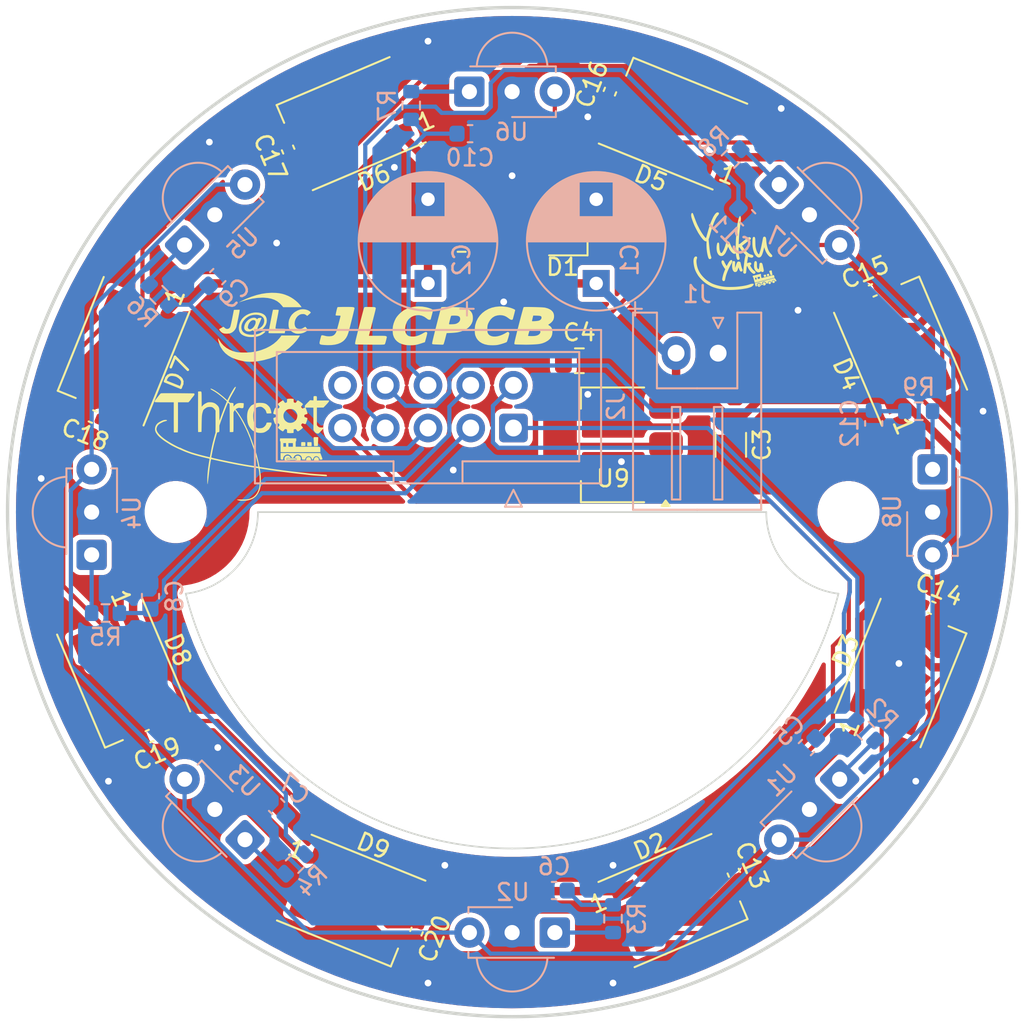
<source format=kicad_pcb>
(kicad_pcb (version 20240108) (generator "pcbnew") (generator_version "8.0")
  (layers (0 "F.Cu" signal) (31 "B.Cu" signal) (34 "B.Paste" user) (35 "F.Paste" user) (36 "B.SilkS" user "B.Silkscreen") (37 "F.SilkS" user "F.Silkscreen") (38 "B.Mask" user) (39 "F.Mask" user) (44 "Edge.Cuts" user))
  (net 0 "")
  (net 1 "8")
  (net 2 "Net-(U8-OUT)")
  (net 3 "Net-(U7-OUT)")
  (net 4 "7")
  (net 5 "6")
  (net 6 "Net-(U6-OUT)")
  (net 7 "5")
  (net 8 "Net-(U5-OUT)")
  (net 9 "4")
  (net 10 "Net-(U4-OUT)")
  (net 11 "Net-(D1-A)")
  (net 12 "+5V")
  (net 13 "Net-(U3-OUT)")
  (net 14 "3")
  (net 15 "2")
  (net 16 "Net-(U2-OUT)")
  (net 17 "1")
  (net 18 "Net-(U1-OUT)")
  (net 19 "+3.3V")
  (net 20 "GND")
  (net 21 "Net-(D6-DOUT)")
  (net 22 "Net-(D7-DOUT)")
  (net 23 "Net-(D8-DOUT)")
  (net 24 "Net-(D4-DOUT)")
  (net 25 "Net-(D5-DOUT)")
  (net 26 "DIN")
  (net 27 "Net-(D2-DOUT)")
  (net 28 "Net-(D3-DOUT)")
  (footprint "MountingHole:MountingHole_3.2mm_M3" (layer "F.Cu") (at 105 100)
    (property "Reference" "REF**" (hide yes))
    (property "Value" "MountingHole_3.2mm_M3")
  )
  (footprint "Package_TO_SOT_SMD:SOT-223-3_TabPin2" (layer "F.Cu") (at 131 96 180)
    (property "Reference" "U9")
    (property "Value" "AZ1117-3.3")
  )
  (footprint "LED_SMD:LED_WS2812B_PLCC4_5.0x5.0mm_P3.2mm" (layer "F.Cu") (at 115.4329 123.097 -22)
    (property "Reference" "D9")
    (property "Value" "WS2812B")
  )
  (footprint "LED_SMD:LED_WS2812B_PLCC4_5.0x5.0mm_P3.2mm" (layer "F.Cu") (at 101.903 90.4329 -112)
    (property "Reference" "D7")
    (property "Value" "WS2812B")
  )
  (footprint "Capacitor_SMD:C_0402_1005Metric" (layer "F.Cu") (at 100.0565 94.3163 158)
    (property "Reference" "C18")
    (property "Value" "0.1uF")
  )
  (footprint "Capacitor_SMD:C_0805_2012Metric" (layer "F.Cu") (at 129 91)
    (property "Reference" "C4")
    (property "Value" "22uF")
  )
  (footprint "LED_SMD:LED_WS2812B_PLCC4_5.0x5.0mm_P3.2mm" (layer "F.Cu") (at 134.5671 76.903 158)
    (property "Reference" "D5")
    (property "Value" "WS2812B")
  )
  (footprint "LED_SMD:LED_WS2812B_PLCC4_5.0x5.0mm_P3.2mm" (layer "F.Cu") (at 115.4329 76.903 -157)
    (property "Reference" "D6")
    (property "Value" "WS2812B")
  )
  (footprint "Capacitor_SMD:C_0402_1005Metric" (layer "F.Cu") (at 111.6837 78.4435 113)
    (property "Reference" "C17")
    (property "Value" "0.1uF")
  )
  (footprint "MountingHole:MountingHole_3.2mm_M3" (layer "F.Cu") (at 145 100)
    (property "Reference" "REF**" (hide yes))
    (property "Value" "MountingHole_3.2mm_M3")
  )
  (footprint "LED_SMD:LED_WS2812B_PLCC4_5.0x5.0mm_P3.2mm" (layer "F.Cu") (at 101.903 109.5671 -67)
    (property "Reference" "D8")
    (property "Value" "WS2812B")
  )
  (footprint "Logo:Yukuyuku" (layer "F.Cu") (at 138 84)
    (property "Reference" "G***" (hide yes))
    (property "Value" "LOGO" (hide yes))
  )
  (footprint "Capacitor_SMD:C_0402_1005Metric" (layer "F.Cu") (at 138.1837 121.4435 -67)
    (property "Reference" "C13")
    (property "Value" "0.1uF")
  )
  (footprint "Capacitor_SMD:C_0402_1005Metric" (layer "F.Cu") (at 146.4435 86.8163 23)
    (property "Reference" "C15")
    (property "Value" "0.1uF")
  )
  (footprint "Capacitor_SMD:C_0402_1005Metric" (layer "F.Cu") (at 130.8163 75 68)
    (property "Reference" "C16")
    (property "Value" "0.1uF")
  )
  (footprint "Logo:JLCPCB" (layer "F.Cu") (at 117.5 89)
    (property "Reference" "G***" (hide yes))
    (property "Value" "LOGO" (hide yes))
  )
  (footprint "LED_SMD:LED_WS2812B_PLCC4_5.0x5.0mm_P3.2mm" (layer "F.Cu") (at 134.5671 123.097 23)
    (property "Reference" "D2")
    (property "Value" "WS2812B")
  )
  (footprint "Capacitor_SMD:C_0402_1005Metric" (layer "F.Cu") (at 103.4435 113.3163 -157)
    (property "Reference" "C19")
    (property "Value" "0.1uF")
  )
  (footprint "Capacitor_SMD:C_0402_1005Metric" (layer "F.Cu") (at 119.3163 124.9435 -112)
    (property "Reference" "C20")
    (property "Value" "0.1uF")
  )
  (footprint "LED_SMD:LED_WS2812B_PLCC4_5.0x5.0mm_P3.2mm" (layer "F.Cu") (at 148.097 90.4329 113)
    (property "Reference" "D4")
    (property "Value" "WS2812B")
  )
  (footprint "LED_SMD:LED_WS2812B_PLCC4_5.0x5.0mm_P3.2mm" (layer "F.Cu") (at 148.097 109.5671 68)
    (property "Reference" "D3")
    (property "Value" "WS2812B")
  )
  (footprint "Capacitor_SMD:C_0402_1005Metric" (layer "F.Cu") (at 149.9435 105.6837 -22)
    (property "Reference" "C14")
    (property "Value" "0.1uF")
  )
  (footprint "Capacitor_SMD:C_1206_3216Metric" (layer "F.Cu") (at 138 96 -90)
    (property "Reference" "C3")
    (property "Value" "10uF")
  )
  (footprint "Resistor_SMD:R_0603_1608Metric" (layer "F.Cu") (at 122 84)
    (property "Reference" "R1")
    (property "Value" "10k")
  )
  (footprint "LED_SMD:LED_0603_1608Metric" (layer "F.Cu") (at 128 84 180)
    (property "Reference" "D1")
    (property "Value" "LED")
  )
  (footprint "Logo:Thrcot-Mini" (layer "F.Cu") (at 109 94)
    (property "Reference" "G***" (hide yes))
    (property "Value" "LOGO" (hide yes))
  )
  (footprint "Capacitor_SMD:C_0603_1608Metric" (layer "B.Cu") (at 122.5 77.5)
    (property "Reference" "C10")
    (property "Value" "0.33uF")
  )
  (footprint "OptoDevice:Vishay_MINICAST-3Pin" (layer "B.Cu") (at 122.46 75)
    (property "Reference" "U6")
    (property "Value" "TSSP58038")
  )
  (footprint "Resistor_SMD:R_0603_1608Metric" (layer "B.Cu") (at 149.175 94 180)
    (property "Reference" "R9")
    (property "Value" "39k")
  )
  (footprint "Resistor_SMD:R_0603_1608Metric" (layer "B.Cu") (at 146 113 135)
    (property "Reference" "R2")
    (property "Value" "39k")
  )
  (footprint "Resistor_SMD:R_0603_1608Metric" (layer "B.Cu") (at 104 87.0834 -45)
    (property "Reference" "R6")
    (property "Value" "39k")
  )
  (footprint "Capacitor_SMD:C_0603_1608Metric" (layer "B.Cu") (at 103.5 105 90)
    (property "Reference" "C8")
    (property "Value" "0.33uF")
  )
  (footprint "OptoDevice:Vishay_MINICAST-3Pin" (layer "B.Cu") (at 105.5263 84.1184 45)
    (property "Reference" "U5")
    (property "Value" "TSSP58038")
  )
  (footprint "OptoDevice:Vishay_MINICAST-3Pin" (layer "B.Cu") (at 100 102.54 90)
    (property "Reference" "U4")
    (property "Value" "TSSP58038")
  )
  (footprint "Capacitor_SMD:C_0603_1608Metric" (layer "B.Cu") (at 142.5 114 -135)
    (property "Reference" "C5")
    (property "Value" "0.33uF")
  )
  (footprint "OptoDevice:Vishay_MINICAST-3Pin" (layer "B.Cu") (at 144.4737 115.8816 -135)
    (property "Reference" "U1")
    (property "Value" "TSSP58038")
  )
  (footprint "Capacitor_SMD:C_0603_1608Metric" (layer "B.Cu") (at 139 82.5 -45)
    (property "Reference" "C11")
    (property "Value" "0.33uF")
  )
  (footprint "Connector_JST:JST_XH_S2B-XH-A_1x02_P2.50mm_Horizontal" (layer "B.Cu") (at 137.25 90.55 180)
    (property "Reference" "J1")
    (property "Value" "Conn_01x02")
  )
  (footprint "Capacitor_THT:CP_Radial_D8.0mm_P5.00mm" (layer "B.Cu") (at 130 86.4027 90)
    (property "Reference" "C1")
    (property "Value" "10uF")
  )
  (footprint "Connector_IDC:IDC-Header_2x05_P2.54mm_Vertical" (layer "B.Cu") (at 125.08 95 90)
    (property "Reference" "J2")
    (property "Value" "Conn_02x05_Counter_Clockwise")
  )
  (footprint "Capacitor_SMD:C_0603_1608Metric" (layer "B.Cu") (at 127.5 122.5 180)
    (property "Reference" "C6")
    (property "Value" "0.33uF")
  )
  (footprint "Capacitor_SMD:C_0603_1608Metric" (layer "B.Cu") (at 107.5 86 45)
    (property "Reference" "C9")
    (property "Value" "0.33uF")
  )
  (footprint "Resistor_SMD:R_0603_1608Metric" (layer "B.Cu") (at 119 75.825 -90)
    (property "Reference" "R7")
    (property "Value" "39k")
  )
  (footprint "Resistor_SMD:R_0603_1608Metric" (layer "B.Cu") (at 138 79 -135)
    (property "Reference" "R8")
    (property "Value" "39k")
  )
  (footprint "Capacitor_SMD:C_0603_1608Metric" (layer "B.Cu") (at 111 117.5 135)
    (property "Reference" "C7")
    (property "Value" "0.33uF")
  )
  (footprint "OptoDevice:Vishay_MINICAST-3Pin" (layer "B.Cu") (at 150 97.46 -90)
    (property "Reference" "U8")
    (property "Value" "TSSP58038")
  )
  (footprint "Resistor_SMD:R_0603_1608Metric" (layer "B.Cu") (at 100.825 106)
    (property "Reference" "R5")
    (property "Value" "39k")
  )
  (footprint "Resistor_SMD:R_0603_1608Metric" (layer "B.Cu") (at 131 124.175 90)
    (property "Reference" "R3")
    (property "Value" "39k")
  )
  (footprint "OptoDevice:Vishay_MINICAST-3Pin" (layer "B.Cu") (at 140.8816 80.5263 -45)
    (property "Reference" "U7")
    (property "Value" "TSSP58038")
  )
  (footprint "Resistor_SMD:R_0603_1608Metric" (layer "B.Cu") (at 112.0834 120.9166 45)
    (property "Reference" "R4")
    (property "Value" "39k")
  )
  (footprint "Capacitor_SMD:C_0603_1608Metric" (layer "B.Cu") (at 146.5 94.725 -90)
    (property "Reference" "C12")
    (property "Value" "0.33uF")
  )
  (footprint "Capacitor_THT:CP_Radial_D8.0mm_P5.00mm" (layer "B.Cu") (at 120 86.4027 90)
    (property "Reference" "C2")
    (property "Value" "10uF")
  )
  (footprint "OptoDevice:Vishay_MINICAST-3Pin" (layer "B.Cu") (at 127.54 125 180)
    (property "Reference" "U2")
    (property "Value" "TSSP58038")
  )
  (footprint "OptoDevice:Vishay_MINICAST-3Pin" (layer "B.Cu") (at 109.1184 119.4737 135)
    (property "Reference" "U3")
    (property "Value" "TSSP58038")
  )
  (gr_circle (center 125 100) (end 155 100) (stroke (width 0.2)) (fill none) (layer "Edge.Cuts"))
  (gr_arc (start 109.887331 100) (mid 108.660907 103.237864) (end 105.597151 104.850713) (stroke (width 0.1)) (layer "Edge.Cuts"))
  (gr_line (start 109.887331 100) (end 140.112669 100) (stroke (width 0.1)) (layer "Edge.Cuts"))
  (gr_arc (start 125 120) (mid 112.691756 115.764109) (end 105.59715 104.850713) (stroke (width 0.1)) (layer "Edge.Cuts"))
  (gr_arc (start 144.402849 104.850713) (mid 141.339093 103.237864) (end 140.112669 100) (stroke (width 0.1)) (layer "Edge.Cuts"))
  (gr_arc (start 144.40285 104.850713) (mid 137.308244 115.764109) (end 125 120) (stroke (width 0.1)) (layer "Edge.Cuts"))
  (segment (start 122.0511 91.2848) (end 121.27 92.0659) (width 0.25) (layer "B.Cu") (net 1))
  (segment (start 146.55 94) (end 146.5 93.95) (width 0.25) (layer "B.Cu") (net 1))
  (segment (start 120.4631 93.6762) (end 118.6762 93.6762) (width 0.25) (layer "B.Cu") (net 1))
  (segment (start 130.6749 91.2848) (end 122.0511 91.2848) (width 0.25) (layer "B.Cu") (net 1))
  (segment (start 148.35 94) (end 146.55 94) (width 0.25) (layer "B.Cu") (net 1))
  (segment (start 133.3401 93.95) (end 130.6749 91.2848) (width 0.25) (layer "B.Cu") (net 1))
  (segment (start 146.5 93.95) (end 133.3401 93.95) (width 0.25) (layer "B.Cu") (net 1))
  (segment (start 121.27 92.8693) (end 120.4631 93.6762) (width 0.25) (layer "B.Cu") (net 1))
  (segment (start 118.6762 93.6762) (end 117.46 92.46) (width 0.25) (layer "B.Cu") (net 1))
  (segment (start 121.27 92.0659) (end 121.27 92.8693) (width 0.25) (layer "B.Cu") (net 1))
  (segment (start 150 94) (end 150 97.46) (width 0.25) (layer "B.Cu") (net 2))
  (segment (start 138.7719 78.4166) (end 140.8816 80.5263) (width 0.25) (layer "B.Cu") (net 3))
  (segment (start 138.5834 78.4166) (end 138.7719 78.4166) (width 0.25) (layer "B.Cu") (net 3))
  (segment (start 131.5474 73.7142) (end 124.5109 73.7142) (width 0.25) (layer "B.Cu") (net 4))
  (segment (start 138.452 80.6188) (end 137.4166 79.5834) (width 0.25) (layer "B.Cu") (net 4))
  (segment (start 116.2694 78.154) (end 116.2694 93.8094) (width 0.25) (layer "B.Cu") (net 4))
  (segment (start 123.7306 75.9005) (end 123.3687 76.2624) (width 0.25) (layer "B.Cu") (net 4))
  (segment (start 124.5109 73.7142) (end 123.7306 74.4945) (width 0.25) (layer "B.Cu") (net 4))
  (segment (start 120.812 76.2624) (end 120.4426 75.893) (width 0.25) (layer "B.Cu") (net 4))
  (segment (start 123.3687 76.2624) (end 120.812 76.2624) (width 0.25) (layer "B.Cu") (net 4))
  (segment (start 118.5304 75.893) (end 116.2694 78.154) (width 0.25) (layer "B.Cu") (net 4))
  (segment (start 123.7306 74.4945) (end 123.7306 75.9005) (width 0.25) (layer "B.Cu") (net 4))
  (segment (start 116.2694 93.8094) (end 117.46 95) (width 0.25) (layer "B.Cu") (net 4))
  (segment (start 120.4426 75.893) (end 118.5304 75.893) (width 0.25) (layer "B.Cu") (net 4))
  (segment (start 137.4166 79.5834) (end 131.5474 73.7142) (width 0.25) (layer "B.Cu") (net 4))
  (segment (start 138.452 81.952) (end 138.452 80.6188) (width 0.25) (layer "B.Cu") (net 4))
  (segment (start 118.8436 78.5064) (end 119.85 77.5) (width 0.25) (layer "B.Cu") (net 5))
  (segment (start 120 92.46) (end 118.8436 91.3036) (width 0.25) (layer "B.Cu") (net 5))
  (segment (start 118.8436 91.3036) (end 118.8436 78.5064) (width 0.25) (layer "B.Cu") (net 5))
  (segment (start 119.85 77.5) (end 121.725 77.5) (width 0.25) (layer "B.Cu") (net 5))
  (segment (start 119 76.65) (end 119.85 77.5) (width 0.25) (layer "B.Cu") (net 5))
  (segment (start 119 75) (end 122.46 75) (width 0.25) (layer "B.Cu") (net 6))
  (segment (start 118.8025 96.1975) (end 114.3639 96.1975) (width 0.25) (layer "B.Cu") (net 7))
  (segment (start 120 95) (end 118.8025 96.1975) (width 0.25) (layer "B.Cu") (net 7))
  (segment (start 114.3639 96.1975) (end 105.8332 87.6668) (width 0.25) (layer "B.Cu") (net 7))
  (segment (start 104.5834 87.6668) (end 105.8332 87.6668) (width 0.25) (layer "B.Cu") (net 7))
  (segment (start 105.8332 87.6668) (end 106.952 86.548) (width 0.25) (layer "B.Cu") (net 7))
  (segment (start 103.4166 86.5) (end 103.4166 86.2281) (width 0.25) (layer "B.Cu") (net 8))
  (segment (start 103.4166 86.2281) (end 105.5263 84.1184) (width 0.25) (layer "B.Cu") (net 8))
  (segment (start 104.3 104.975) (end 104.3 104.064159) (width 0.25) (layer "B.Cu") (net 9))
  (segment (start 110.330459 98.0337) (end 118.6321 98.0337) (width 0.25) (layer "B.Cu") (net 9))
  (segment (start 121.27 95.3958) (end 121.27 93.73) (width 0.25) (layer "B.Cu") (net 9))
  (segment (start 121.27 93.73) (end 122.54 92.46) (width 0.25) (layer "B.Cu") (net 9))
  (segment (start 103.275 106) (end 103.5 105.775) (width 0.25) (layer "B.Cu") (net 9))
  (segment (start 104.3 104.064159) (end 110.330459 98.0337) (width 0.25) (layer "B.Cu") (net 9))
  (segment (start 101.65 106) (end 103.275 106) (width 0.25) (layer "B.Cu") (net 9))
  (segment (start 103.5 105.775) (end 104.3 104.975) (width 0.25) (layer "B.Cu") (net 9))
  (segment (start 118.6321 98.0337) (end 121.27 95.3958) (width 0.25) (layer "B.Cu") (net 9))
  (segment (start 100 106) (end 100 102.54) (width 0.25) (layer "B.Cu") (net 10))
  (segment (start 122.825 84) (end 127.2125 84) (width 0.25) (layer "F.Cu") (net 11))
  (segment (start 139.667155 93.332845) (end 147.535458 93.332845) (width 0.5) (layer "F.Cu") (net 12))
  (segment (start 121.25 80.381697) (end 118.332845 77.464542) (width 0.5) (layer "F.Cu") (net 12))
  (segment (start 103.885342 113.128749) (end 105.319033 113.128749) (width 0.5) (layer "F.Cu") (net 12))
  (segment (start 146.711199 105.288801) (end 145.64936 106.35064) (width 0.5) (layer "F.Cu") (net 12))
  (segment (start 149 106.002341) (end 149.498452 105.503889) (width 0.5) (layer "F.Cu") (net 12))
  (segment (start 120 86.4027) (end 106.7631 86.4027) (width 0.5) (layer "F.Cu") (net 12))
  (segment (start 114.797387 81) (end 118.332845 77.464542) (width 0.5) (layer "F.Cu") (net 12))
  (segment (start 134.15 93.7) (end 137.175 93.7) (width 0.5) (layer "F.Cu") (net 12))
  (segment (start 138.475 94.525) (end 139.667155 93.332845) (width 0.5) (layer "F.Cu") (net 12))
  (segment (start 150 88.049721) (end 149.049721 89) (width 0.5) (layer "F.Cu") (net 12))
  (segment (start 117.628493 124.498452) (end 119.496111 124.498452) (width 0.5) (layer "F.Cu") (net 12))
  (segment (start 130.636489 75.445048) (end 130.363437 75.7181) (width 0.5) (layer "F.Cu") (net 12))
  (segment (start 112.839644 120.64936) (end 113.779401 120.64936) (width 0.5) (layer "F.Cu") (net 12))
  (segment (start 113.585021 81) (end 114.797387 81) (width 0.5) (layer "F.Cu") (net 12))
  (segment (start 141.803127 78.902243) (end 150 87.099116) (width 0.5) (layer "F.Cu") (net 12))
  (segment (start 149.498452 105.503889) (end 149.283364 105.288801) (width 0.5) (layer "F.Cu") (net 12))
  (segment (start 149 108.23036) (end 149 106.002341) (width 0.5) (layer "F.Cu") (net 12))
  (segment (start 136.220599 79.35064) (end 136.668996 78.902243) (width 0.5) (layer "F.Cu") (net 12))
  (segment (start 149.997202 109.227562) (end 149 108.23036) (width 0.5) (layer "F.Cu") (net 12))
  (segment (start 145.64936 112.796751) (end 137.996149 120.449962) (width 0.5) (layer "F.Cu") (net 12))
  (segment (start 144 89.797387) (end 147.535458 93.332845) (width 0.5) (layer "F.Cu") (net 12))
  (segment (start 134.75 93.1) (end 134.15 93.7) (width 0.5) (layer "F.Cu") (net 12))
  (segment (start 101.005437 95) (end 100.501548 94.496111) (width 0.5) (layer "F.Cu") (net 12))
  (segment (start 145.64936 106.35064) (end 145.64936 111.220599) (width 0.5) (layer "F.Cu") (net 12))
  (segment (start 138 94.525) (end 138.475 94.525) (width 0.5) (layer "F.Cu") (net 12))
  (segment (start 145.64936 111.220599) (end 145.64936 112.796751) (width 0.5) (layer "F.Cu") (net 12))
  (segment (start 147.535458 93.332845) (end 148.169611 93.332845) (width 0.5) (layer "F.Cu") (net 12))
  (segment (start 134.75 90.55) (end 134.75 93.1) (width 0.5) (layer "F.Cu") (net 12))
  (segment (start 136.462349 122.535458) (end 131.667155 122.535458) (width 0.5) (layer "F.Cu") (net 12))
  (segment (start 102.464542 96.459105) (end 100.501548 94.496111) (width 0.5) (layer "F.Cu") (net 12))
  (segment (start 104.35064 93.123664) (end 102.474304 95) (width 0.5) (layer "F.Cu") (net 12))
  (segment (start 150.867314 109.227562) (end 149.997202 109.227562) (width 0.5) (layer "F.Cu") (net 12))
  (segment (start 102.464542 106.667155) (end 102.464542 96.459105) (width 0.5) (layer "F.Cu") (net 12))
  (segment (start 131.667155 122.535458) (end 121.459105 122.535458) (width 0.5) (layer "F.Cu") (net 12))
  (segment (start 122.1198 85.408) (end 121.175 84.4633) (width 0.25) (layer "F.Cu") (net 12))
  (segment (start 152 97.163234) (end 152 108.094876) (width 0.5) (layer "F.Cu") (net 12))
  (segment (start 152 108.094876) (end 150.867314 109.227562) (width 0.5) (layer "F.Cu") (net 12))
  (segment (start 112.506162 79.520253) (end 112.506162 79.921141) (width 0.5) (layer "F.Cu") (net 12))
  (segment (start 130.363437 78.363437) (end 131.35064 79.35064) (width 0.5) (layer "F.Cu") (net 12))
  (segment (start 150 87.099116) (end 150 88.049721) (width 0.5) (layer "F.Cu") (net 12))
  (segment (start 104.35064 88.779401) (end 104.35064 88.220438) (width 0.5) (layer "F.Cu") (net 12))
  (segment (start 104.365 88.8008) (end 104.785539 87.785539) (width 0.25) (layer "F.Cu") (net 12))
  (segment (start 106.7631 86.4027) (end 106.0829 87.0829) (width 0.5) (layer "F.Cu") (net 12))
  (segment (start 145.58117 87.003851) (end 144 88.585021) (width 0.5) (layer "F.Cu") (net 12))
  (segment (start 112.506162 79.921141) (end 113.585021 81) (width 0.5) (layer "F.Cu") (net 12))
  (segment (start 130 86.4027) (end 123.1144 86.4027) (width 0.5) (layer "F.Cu") (net 12))
  (segment (start 105.6548 87.511) (end 105.060078 87.511) (width 0.5) (layer "F.Cu") (net 12))
  (segment (start 146.001658 87.003851) (end 145.58117 87.003851) (width 0.5) (layer "F.Cu") (net 12))
  (segment (start 123.1144 86.4027) (end 121.175 84.4633) (width 0.5) (layer "F.Cu") (net 12))
  (segment (start 105.319033 113.128749) (end 112.839644 120.64936) (width 0.5) (layer "F.Cu") (net 12))
  (segment (start 137.996149 120.449962) (end 137.996149 121.001658) (width 0.5) (layer "F.Cu") (net 12))
  (segment (start 113.779401 120.64936) (end 117.628493 124.498452) (width 0.5) (layer "F.Cu") (net 12))
  (segment (start 137.996149 121.001658) (end 136.462349 122.535458) (width 0.5) (layer "F.Cu") (net 12))
  (segment (start 121.25 83.925) (end 121.25 80.381697) (width 0.5) (layer "F.Cu") (net 12))
  (segment (start 102.474304 95) (end 101.005437 95) (width 0.5) (layer "F.Cu") (net 12))
  (segment (start 131.35064 79.35064) (end 136.220599 79.35064) (width 0.5) (layer "F.Cu") (net 12))
  (segment (start 121.175 84) (end 121.25 83.925) (width 0.5) (layer "F.Cu") (net 12))
  (segment (start 120 85.175) (end 121.175 84) (width 0.5) (layer "F.Cu") (net 12))
  (segment (start 105.060078 87.511) (end 104.785539 87.785539) (width 0.5) (layer "F.Cu") (net 12))
  (segment (start 149.049721 89) (end 147.997807 89) (width 0.5) (layer "F.Cu") (net 12))
  (segment (start 106.0829 87.0829) (end 105.6548 87.511) (width 0.5) (layer "F.Cu") (net 12))
  (segment (start 122.1198 85.408) (end 123.1144 86.4027) (width 0.25) (layer "F.Cu") (net 12))
  (segment (start 130.363437 75.7181) (end 130.363437 78.363437) (width 0.5) (layer "F.Cu") (net 12))
  (segment (start 104.35064 88.779401) (end 104.35064 93.123664) (width 0.5) (layer "F.Cu") (net 12))
  (segment (start 111.871251 78.885342) (end 112.506162 79.520253) (width 0.5) (layer "F.Cu") (net 12))
  (segment (start 149.283364 105.288801) (end 146.711199 105.288801) (width 0.5) (layer "F.Cu") (net 12))
  (segment (start 137.175 93.7) (end 138 94.525) (width 0.5) (layer "F.Cu") (net 12))
  (segment (start 104.35064 88.220438) (end 104.785539 87.785539) (width 0.5) (layer "F.Cu") (net 12))
  (segment (start 144 88.585021) (end 144 89.797387) (width 0.5) (layer "F.Cu") (net 12))
  (segment (start 120 86.4027) (end 120 85.175) (width 0.5) (layer "F.Cu") (net 12))
  (segment (start 147.997807 89) (end 146.001658 87.003851) (width 0.5) (layer "F.Cu") (net 12))
  (segment (start 136.668996 78.902243) (end 141.803127 78.902243) (width 0.5) (layer "F.Cu") (net 12))
  (segment (start 121.175 84.4633) (end 121.175 84) (width 0.5) (layer "F.Cu") (net 12))
  (segment (start 121.459105 122.535458) (end 119.496111 124.498452) (width 0.5) (layer "F.Cu") (net 12))
  (segment (start 148.169611 93.332845) (end 152 97.163234) (width 0.5) (layer "F.Cu") (net 12))
  (segment (start 134.1473 90.55) (end 130 86.4027) (width 0.5) (layer "B.Cu") (net 12))
  (segment (start 134.75 90.55) (end 134.1473 90.55) (width 0.5) (layer "B.Cu") (net 12))
  (segment (start 111.5 121.5) (end 111.1447 121.5) (width 0.25) (layer "B.Cu") (net 13))
  (segment (start 111.1447 121.5) (end 109.1184 119.4737) (width 0.25) (layer "B.Cu") (net 13))
  (segment (start 104.937994 104.062561) (end 104.937994 110.115694) (width 0.25) (layer "B.Cu") (net 14))
  (segment (start 111.548 119.2144) (end 112.6668 120.3332) (width 0.25) (layer "B.Cu") (net 14))
  (segment (start 111.548 116.7257) (end 111.548 119.2144) (width 0.25) (layer "B.Cu") (net 14))
  (segment (start 122.54 95) (end 118.6639 98.8761) (width 0.25) (layer "B.Cu") (net 14))
  (segment (start 110.124355 98.8762) (end 104.937994 104.062561) (width 0.25) (layer "B.Cu") (net 14))
  (segment (start 118.6639 98.8762) (end 110.124355 98.8762) (width 0.25) (layer "B.Cu") (net 14))
  (segment (start 118.6639 98.8761) (end 118.6639 98.8762) (width 0.25) (layer "B.Cu") (net 14))
  (segment (start 104.937994 110.115694) (end 111.548 116.7257) (width 0.25) (layer "B.Cu") (net 14))
  (segment (start 145.077874 104.754066) (end 145.077874 104.078429) (width 0.25) (layer "B.Cu") (net 15))
  (segment (start 128.275 122.5) (end 129.125 123.35) (width 0.25) (layer "B.Cu") (net 15))
  (segment (start 145.077874 104.078429) (end 137.174445 96.175) (width 0.25) (layer "B.Cu") (net 15))
  (segment (start 144.7282 109.6218) (end 144.7282 106.026379) (width 0.25) (layer "B.Cu") (net 15))
  (segment (start 123.86 95.8535) (end 123.86 93.68) (width 0.25) (layer "B.Cu") (net 15))
  (segment (start 129.125 123.35) (end 131 123.35) (width 0.25) (layer "B.Cu") (net 15))
  (segment (start 131 123.35) (end 144.7282 109.6218) (width 0.25) (layer "B.Cu") (net 15))
  (segment (start 123.86 93.68) (end 125.08 92.46) (width 0.25) (layer "B.Cu") (net 15))
  (segment (start 144.7282 106.026379) (end 144.900616 105.446852) (width 0.25) (layer "B.Cu") (net 15))
  (segment (start 144.900616 105.446852) (end 145.077874 104.754066) (width 0.25) (layer "B.Cu") (net 15))
  (segment (start 124.1815 96.175) (end 123.86 95.8535) (width 0.25) (layer "B.Cu") (net 15))
  (segment (start 137.174445 96.175) (end 124.1815 96.175) (width 0.25) (layer "B.Cu") (net 15))
  (segment (start 131 125) (end 127.54 125) (width 0.25) (layer "B.Cu") (net 16))
  (segment (start 145.1849 112.4166) (end 144.0834 112.4166) (width 0.25) (layer "B.Cu") (net 17))
  (segment (start 145.4166 112.4166) (end 145.1849 112.4166) (width 0.25) (layer "B.Cu") (net 17))
  (segment (start 125.08 95) (end 136.635841 95) (width 0.25) (layer "B.Cu") (net 17))
  (segment (start 136.635841 95) (end 145.527874 103.892033) (width 0.25) (layer "B.Cu") (net 17))
  (segment (start 144.0834 112.4166) (end 143.048 113.452) (width 0.25) (layer "B.Cu") (net 17))
  (segment (start 145.527874 103.892033) (end 145.527874 112.3054) (width 0.25) (layer "B.Cu") (net 17))
  (segment (start 145.527874 112.3054) (end 145.416637 112.416637) (width 0.25) (layer "B.Cu") (net 17))
  (segment (start 144.4737 115.6931) (end 144.4737 115.8816) (width 0.25) (layer "B.Cu") (net 18))
  (segment (start 146.5834 113.5834) (end 144.4737 115.6931) (width 0.25) (layer "B.Cu") (net 18))
  (segment (start 134.9316 84.1184) (end 144.4737 84.1184) (width 0.25) (layer "F.Cu") (net 19))
  (segment (start 128.05 96) (end 134.15 96) (width 0.25) (layer "F.Cu") (net 19))
  (segment (start 128.05 91) (end 134.9316 84.1184) (width 0.25) (layer "F.Cu") (net 19))
  (segment (start 127.54 75) (end 127.54 76.7268) (width 0.25) (layer "F.Cu") (net 19))
  (segment (start 127.85 96) (end 128.05 96) (width 0.25) (layer "F.Cu") (net 19))
  (segment (start 128.05 96) (end 128.05 91) (width 0.25) (layer "F.Cu") (net 19))
  (segment (start 127.54 76.7268) (end 134.9316 84.1184) (width 0.25) (layer "F.Cu") (net 19))
  (segment (start 100 87.8901) (end 100 97.46) (width 0.25) (layer "B.Cu") (net 19))
  (segment (start 109.1184 80.5263) (end 107.3638 80.5263) (width 0.25) (layer "B.Cu") (net 19))
  (segment (start 142.7076 119.4737) (end 140.8816 119.4737) (width 0.25) (layer "B.Cu") (net 19))
  (segment (start 151.2326 90.8773) (end 151.2326 101.3074) (width 0.25) (layer "B.Cu") (net 19))
  (segment (start 150 102.54) (end 150 112.1813) (width 0.25) (layer "B.Cu") (net 19))
  (segment (start 134.1011 126.2542) (end 123.7142 126.2542) (width 0.25) (layer "B.Cu") (net 19))
  (segment (start 107.3638 80.5263) (end 100 87.8901) (width 0.25) (layer "B.Cu") (net 19))
  (segment (start 123.7142 126.2542) (end 122.46 125) (width 0.25) (layer "B.Cu") (net 19))
  (segment (start 105.5263 117.6248) (end 105.5263 115.8816) (width 0.25) (layer "B.Cu") (net 19))
  (segment (start 100 97.46) (end 98.7674 98.6926) (width 0.25) (layer "B.Cu") (net 19))
  (segment (start 144.4737 84.1184) (end 151.2326 90.8773) (width 0.25) (layer "B.Cu") (net 19))
  (segment (start 122.46 125) (end 112.9015 125) (width 0.25) (layer "B.Cu") (net 19))
  (segment (start 150 112.1813) (end 142.7076 119.4737) (width 0.25) (layer "B.Cu") (net 19))
  (segment (start 112.9015 125) (end 105.5263 117.6248) (width 0.25) (layer "B.Cu") (net 19))
  (segment (start 98.7674 98.6926) (end 98.7674 109.1227) (width 0.25) (layer "B.Cu") (net 19))
  (segment (start 98.7674 109.1227) (end 105.5263 115.8816) (width 0.25) (layer "B.Cu") (net 19))
  (segment (start 140.8816 119.4737) (end 134.1011 126.2542) (width 0.25) (layer "B.Cu") (net 19))
  (segment (start 151.2326 101.3074) (end 150 102.54) (width 0.25) (layer "B.Cu") (net 19))
  (segment (start 111.1675 78.3325) (end 111.5 78) (width 0.25) (layer "F.Cu") (net 20))
  (segment (start 119.0612 125.387) (end 119.1326 125.387) (width 0.25) (layer "F.Cu") (net 20))
  (segment (start 98.7618 98.7618) (end 98.7618 94.9838) (width 0.25) (layer "F.Cu") (net 20))
  (segment (start 103 115.129) (end 105.5486 117.6776) (width 0.25) (layer "F.Cu") (net 20))
  (segment (start 111.496149 77.378264) (end 112.532955 76.341458) (width 0.25) (layer "F.Cu") (net 20))
  (segment (start 151.2739 101.2739) (end 151.2739 104.9805) (width 0.25) (layer "F.Cu") (net 20))
  (segment (start 131.6451 73.9067) (end 131.6451 73.9114) (width 0.25) (layer "F.Cu") (net 20))
  (segment (start 103 113.5) (end 103 113.7518) (width 0.25) (layer "F.Cu") (net 20))
  (segment (start 142.6776 119.4555) (end 140.2461 121.887) (width 0.25) (layer "F.Cu") (net 20))
  (segment (start 126.6239 73.3761) (end 125 75) (width 0.25) (layer "F.Cu") (net 20))
  (segment (start 98.7618 94.9838) (end 99.613 94.1326) (width 0.25) (layer "F.Cu") (net 20))
  (segment (start 131.7252 89.2248) (end 129.95 91) (width 0.25) (layer "F.Cu") (net 20))
  (segment (start 132.935 74.441) (end 131.6451 73.9067) (width 0.25) (layer "F.Cu") (net 20))
  (segment (start 113.854897 82.322349) (end 107.322351 82.322349) (width 0.25) (layer "F.Cu") (net 20))
  (segment (start 144.410112 82.3224) (end 146.887 84.799288) (width 0.25) (layer "F.Cu") (net 20))
  (segment (start 146.887 84.799288) (end 146.887 86.6326) (width 0.25) (layer "F.Cu") (net 20))
  (segment (start 138 97.475) (end 135.8322 95.3072) (width 0.25) (layer "F.Cu") (net 20))
  (segment (start 131 74.5565) (end 130.0677 74.5565) (width 0.25) (layer "F.Cu") (net 20))
  (segment (start 131.6451 73.9114) (end 131 74.5565) (width 0.25) (layer "F.Cu") (net 20))
  (segment (start 138.7518 121.887) (end 138.3674 121.887) (width 0.25) (layer "F.Cu") (net 20))
  (segment (start 142.6776 117.6777) (end 142.6776 119.4555) (width 0.25) (layer "F.Cu") (net 20))
  (segment (start 100 100) (end 98.7618 98.7618) (width 0.25) (layer "F.Cu") (net 20))
  (segment (start 120 81.4027) (end 119.200001 82.202699) (width 0.25) (layer "F.Cu") (net 20))
  (segment (start 105.5486 117.6776) (end 109.054712 117.6776) (width 0.25) (layer "F.Cu") (net 20))
  (segment (start 130 82.7875) (end 128.7875 84) (width 0.25) (layer "F.Cu") (net 20))
  (segment (start 129.95 91.48995) (end 129.95 91) (width 0.25) (layer "F.Cu") (net 20))
  (segment (start 123.7674 126.2326) (end 125 125) (width 0.25) (layer "F.Cu") (net 20))
  (segment (start 103 113.7518) (end 103 115.129) (width 0.25) (layer "F.Cu") (net 20))
  (segment (start 99.441 92.065) (end 98.9067 93.3549) (width 0.25) (layer "F.Cu") (net 20))
  (segment (start 119.1326 125.387) (end 119.9782 126.2326) (width 0.25) (layer "F.Cu") (net 20))
  (segment (start 117.470412 126.0933) (end 118.3549 126.0933) (width 0.25) (layer "F.Cu") (net 20))
  (segment (start 142.6777 82.3224) (end 144.410112 82.3224) (width 0.25) (layer "F.Cu") (net 20))
  (segment (start 135.7046 123.7506) (end 126.2494 123.7506) (width 0.25) (layer "F.Cu") (net 20))
  (segment (start 135.9248 89.2248) (end 131.7252 89.2248) (width 0.25) (layer "F.Cu") (net 20))
  (segment (start 103 113.7518) (end 101.8506 113.7518) (width 0.25) (layer "F.Cu") (net 20))
  (segment (start 147.475 97.475) (end 150 100) (width 0.25) (layer "F.Cu") (net 20))
  (segment (start 119.200001 82.202699) (end 113.974547 82.202699) (width 0.25) (layer "F.Cu") (net 20))
  (segment (start 138.7518 123.1494) (end 138.7519 123.1495) (width 0.25) (layer "F.Cu") (net 20))
  (segment (start 111.1675 79.2059) (end 111.1675 78.3325) (width 0.25) (layer "F.Cu") (net 20))
  (segment (start 137.467045 123.658542) (end 137.467045 122.789548) (width 0.25) (layer "F.Cu") (net 20))
  (segment (start 128.8873 73.3761) (end 126.6239 73.3761) (width 0.25) (layer "F.Cu") (net 20))
  (segment (start 150.387 105.9388) (end 150.387 105.8674) (width 0.25) (layer "F.Cu") (net 20))
  (segment (start 99.613 94.0612) (end 99.613 94.1326) (width 0.25) (layer "F.Cu") (net 20))
  (segment (start 101.3162 112.462) (end 101.8505 113.7519) (width 0.25) (layer "F.Cu") (net 20))
  (segment (start 135.4815 95.3072) (end 135.0243 94.85) (width 0.25) (layer "F.Cu") (net 20))
  (segment (start 111.1675 80.2453) (end 109.0905 82.3223) (width 0.25) (layer "F.Cu") (net 20))
  (segment (start 147.754336 86.628749) (end 148.658542 87.532955) (width 0.25) (layer "F.Cu") (net 20))
  (segment (start 134.15 98.3) (end 134.975 97.475) (width 0.25) (layer "F.Cu") (net 20))
  (segment (start 111.1675 78.3325) (end 111.1675 80.2453) (width 0.25) (layer "F.Cu") (net 20))
  (segment (start 109.054712 117.6776) (end 117.470412 126.0933) (width 0.25) (layer "F.Cu") (net 20))
  (segment (start 151.2739 104.9805) (end 150.387 105.8674) (width 0.25) (layer "F.Cu") (net 20))
  (segment (start 136.1721 124.2181) (end 135.7046 123.7506) (width 0.25) (layer "F.Cu") (net 20))
  (segment (start 151.0933 106.6451) (end 150.387 105.9388) (width 0.25) (layer "F.Cu") (net 20))
  (segment (start 118.3549 126.0933) (end 119.0612 125.387) (width 0.25) (layer "F.Cu") (net 20))
  (segment (start 130 81.4027) (end 130 82.7875) (width 0.25) (layer "F.Cu") (net 20))
  (segment (start 135.4815 97.475) (end 138 97.475) (width 0.25) (layer "F.Cu") (net 20))
  (segment (start 107.3224 82.3223) (end 109.0905 82.3223) (width 0.25) (layer "F.Cu") (net 20))
  (segment (start 130.0677 74.5565) (end 128.8873 73.3761) (width 0.25) (layer "F.Cu") (net 20))
  (segment (start 146.885342 86.628749) (end 147.754336 86.628749) (width 0.25) (layer "F.Cu") (net 20))
  (segment (start 140.2461 121.887) (end 138.7518 121.887) (width 0.25) (layer "F.Cu") (net 20))
  (segment (start 137.462 123.6838) (end 136.1721 124.2181) (width 0.25) (layer "F.Cu") (net 20))
  (segment (start 135.0243 94.85) (end 133.31005 94.85) (width 0.25) (layer "F.Cu") (net 20))
  (segment (start 101.8506 113.7518) (end 101.8505 113.7519) (width 0.25) (layer "F.Cu") (net 20))
  (segment (start 134.975 97.475) (end 135.4815 97.475) (width 0.25) (layer "F.Cu") (net 20))
  (segment (start 137.467045 122.789548) (end 138.371251 121.885342) (width 0.25) (layer "F.Cu") (net 20))
  (segment (start 138 97.475) (end 147.475 97.475) (width 0.25) (layer "F.Cu") (net 20))
  (segment (start 98.9067 93.3549) (end 99.613 94.0612) (width 0.25) (layer "F.Cu") (net 20))
  (segment (start 111.496149 78.001658) (end 111.496149 77.378264) (width 0.25) (layer "F.Cu") (net 20))
  (segment (start 119.9782 126.2326) (end 123.7674 126.2326) (width 0.25) (layer "F.Cu") (net 20))
  (segment (start 150.559 107.935) (end 151.0933 106.6451) (width 0.25) (layer "F.Cu") (net 20))
  (segment (start 113.974547 82.202699) (end 113.854897 82.322349) (width 0.25) (layer "F.Cu") (net 20))
  (segment (start 137.25 90.55) (end 135.9248 89.2248) (width 0.25) (layer "F.Cu") (net 20))
  (segment (start 150 100) (end 151.2739 101.2739) (width 0.25) (layer "F.Cu") (net 20))
  (segment (start 135.8322 95.3072) (end 135.4815 95.3072) (width 0.25) (layer "F.Cu") (net 20))
  (segment (start 126.2494 123.7506) (end 125 125) (width 0.25) (layer "F.Cu") (net 20))
  (segment (start 133.31005 94.85) (end 129.95 91.48995) (width 0.25) (layer "F.Cu") (net 20))
  (via (at 131 128) (size 0.8) (drill 0.4) (layers "F.Cu" "B.Cu") (net 20))
  (via (at 120 128) (size 0.8) (drill 0.4) (layers "F.Cu" "B.Cu") (net 20))
  (via (at 129.5 76.5) (size 0.8) (drill 0.4) (layers "F.Cu" "B.Cu") (net 20))
  (via (at 97 98) (size 0.8) (drill 0.4) (layers "F.Cu" "B.Cu") (net 20))
  (via (at 125 80) (size 0.8) (drill 0.4) (layers "F.Cu" "B.Cu") (net 20))
  (via (at 142 88) (size 0.8) (drill 0.4) (layers "F.Cu" "B.Cu") (net 20))
  (via (at 148 109) (size 0.8) (drill 0.4) (layers "F.Cu" "B.Cu") (net 20))
  (via (at 118 79.5) (size 0.8) (drill 0.4) (layers "F.Cu" "B.Cu") (net 20))
  (via (at 149 116) (size 0.8) (drill 0.4) (layers "F.Cu" "B.Cu") (net 20))
  (via (at 124.5 87.5) (size 0.8) (drill 0.4) (layers "F.Cu" "B.Cu") (net 20))
  (via (at 131 121) (size 0.8) (drill 0.4) (layers "F.Cu" "B.Cu") (net 20))
  (via (at 107 78) (size 0.8) (drill 0.4) (layers "F.Cu" "B.Cu") (net 20))
  (via (at 131.5 97) (size 0.8) (drill 0.4) (layers "F.Cu" "B.Cu") (net 20))
  (via (at 129.5 93) (size 0.8) (drill 0.4) (layers "F.Cu" "B.Cu") (net 20))
  (via (at 101 116) (size 0.8) (drill 0.4) (layers "F.Cu" "B.Cu") (net 20))
  (via (at 121 121) (size 0.8) (drill 0.4) (layers "F.Cu" "B.Cu") (net 20))
  (via (at 107.5 114) (size 0.8) (drill 0.4) (layers "F.Cu" "B.Cu") (net 20))
  (via (at 153 94) (size 0.8) (drill 0.4) (layers "F.Cu" "B.Cu") (net 20))
  (via (at 141 76) (size 0.8) (drill 0.4) (layers "F.Cu" "B.Cu") (net 20))
  (via (at 121.5 97.5) (size 0.8) (drill 0.4) (layers "F.Cu" "B.Cu") (net 20))
  (via (at 111 84) (size 0.8) (drill 0.4) (layers "F.Cu" "B.Cu") (net 20))
  (via (at 120 72) (size 0.8) (drill 0.4) (layers "F.Cu" "B.Cu") (net 20))
  (segment (start 142.6777 82.3224) (end 141.9521 83.048) (width 0.25) (layer "B.Cu") (net 20))
  (segment (start 106.845908 85.451992) (end 108.048008 85.451992) (width 0.25) (layer "B.Cu") (net 20))
  (segment (start 125 124.225) (end 126.725 122.5) (width 0.25) (layer "B.Cu") (net 20))
  (segment (start 108.5059 116.952) (end 108.2769 116.723) (width 0.25) (layer "B.Cu") (net 20))
  (segment (start 123.275 77.5) (end 123.275 77.225) (width 0.25) (layer "B.Cu") (net 20))
  (segment (start 137.25 90.55) (end 137.25 85.346) (width 0.25) (layer "B.Cu") (net 20))
  (segment (start 107.447 82.4469) (end 107.447 84.8509) (width 0.25) (layer "B.Cu") (net 20))
  (segment (start 104.4831 86.6762) (end 103.4336 87.7257) (width 0.25) (layer "B.Cu") (net 20))
  (segment (start 137.25 85.346) (end 139.548 83.048) (width 0.25) (layer "B.Cu") (net 20))
  (segment (start 108.048 85.452) (end 107.447 84.8509) (width 0.25) (layer "B.Cu") (net 20))
  (segment (start 100.8752 105.5374) (end 102.1876 104.225) (width 0.25) (layer "B.Cu") (net 20))
  (segment (start 125 76.4027) (end 130 81.4027) (width 0.25) (layer "B.Cu") (net 20))
  (segment (start 107.3224 82.3223) (end 107.447 82.4469) (width 0.25) (layer "B.Cu") (net 20))
  (segment (start 125 75.5) (end 125 75) (width 0.25) (layer "B.Cu") (net 20))
  (segment (start 123.275 77.5) (end 123.275 78.1277) (width 0.25) (layer "B.Cu") (net 20))
  (segment (start 100 100) (end 102.1876 102.1876) (width 0.25) (layer "B.Cu") (net 20))
  (segment (start 141.952 116.9521) (end 141.952 114.548) (width 0.25) (layer "B.Cu") (net 20))
  (segment (start 110.452 116.952) (end 108.5059 116.952) (width 0.25) (layer "B.Cu") (net 20))
  (segment (start 141.9521 83.048) (end 139.548 83.048) (width 0.25) (layer "B.Cu") (net 20))
  (segment (start 146.5 96.5) (end 146.5 95.5) (width 0.25) (layer "B.Cu") (net 20))
  (segment (start 103.4336 96.5664) (end 100 100) (width 0.25) (layer "B.Cu") (net 20))
  (segment (start 125 76.4027) (end 125 75) (width 0.25) (layer "B.Cu") (net 20))
  (segment (start 108.2769 116.723) (end 100.8752 109.3213) (width 0.25) (layer "B.Cu") (net 20))
  (segment (start 150 100) (end 146.5 96.5) (width 0.25) (layer "B.Cu") (net 20))
  (segment (start 142.6776 117.6777) (end 141.952 116.9521) (width 0.25) (layer "B.Cu") (net 20))
  (segment (start 130 81.4027) (end 133.9433 85.346) (width 0.25) (layer "B.Cu") (net 20))
  (segment (start 108.2769 116.723) (end 107.3223 117.6776) (width 0.25) (layer "B.Cu") (net 20))
  (segment (start 105.6217 86.6762) (end 106.845908 85.451992) (width 0.25) (layer "B.Cu") (net 20))
  (segment (start 102.1876 102.1876) (end 102.1876 104.225) (width 0.25) (layer "B.Cu") (net 20))
  (segment (start 103.4336 87.7257) (end 103.4336 96.5664) (width 0.25) (layer "B.Cu") (net 20))
  (segment (start 133.9433 85.346) (end 137.25 85.346) (width 0.25) (layer "B.Cu") (net 20))
  (segment (start 123.275 78.1277) (end 120 81.4027) (width 0.25) (layer "B.Cu") (net 20))
  (segment (start 102.1876 104.225) (end 103.5 104.225) (width 0.25) (layer "B.Cu") (net 20))
  (segment (start 125 125) (end 125 124.225) (width 0.25) (layer "B.Cu") (net 20))
  (segment (start 100.8752 109.3213) (end 100.8752 105.5374) (width 0.25) (layer "B.Cu") (net 20))
  (segment (start 105.6217 86.6762) (end 104.4831 86.6762) (width 0.25) (layer "B.Cu") (net 20))
  (segment (start 123.275 77.225) (end 125 75.5) (width 0.25) (layer "B.Cu") (net 20))
  (segment (start 103.0241 92.0379) (end 103.0241 84.3648) (width 0.25) (layer "F.Cu") (net 21))
  (segment (start 103.0241 84.3648) (end 112.4136 74.9753) (width 0.25) (layer "F.Cu") (net 21))
  (segment (start 102.4898 93.3278) (end 103.0241 92.0379) (width 0.25) (layer "F.Cu") (net 21))
  (segment (start 112.4136 74.9753) (end 115.7751 74.9753) (width 0.25) (layer "F.Cu") (net 21))
  (segment (start 117.065 74.441) (end 115.7751 74.9753) (width 0.25) (layer "F.Cu") (net 21))
  (segment (start 100.7819 88.8279) (end 100.7818 88.8279) (width 0.25) (layer "F.Cu") (net 22))
  (segment (start 100.7818 88.8279) (end 98.3111 91.2986) (width 0.25) (layer "F.Cu") (net 22))
  (segment (start 104.365 111.1992) (end 103.8307 109.9093) (width 0.25) (layer "F.Cu") (net 22))
  (segment (start 101.3162 87.538) (end 100.7819 88.8279) (width 0.25) (layer "F.Cu") (net 22))
  (segment (start 98.3111 104.3898) (end 103.8306 109.9093) (width 0.25) (layer "F.Cu") (net 22))
  (segment (start 103.8306 109.9093) (end 103.8307 109.9093) (width 0.25) (layer "F.Cu") (net 22))
  (segment (start 98.3111 91.2986) (end 98.3111 104.3898) (width 0.25) (layer "F.Cu") (net 22))
  (segment (start 99.441 107.935) (end 99.9753 109.2249) (width 0.25) (layer "F.Cu") (net 23))
  (segment (start 100.7309 109.2249) (end 103.9273 112.4213) (width 0.25) (layer "F.Cu") (net 23))
  (segment (start 117.0379 121.9758) (end 117.0379 121.9759) (width 0.25) (layer "F.Cu") (net 23))
  (segment (start 99.9753 109.2249) (end 100.7309 109.2249) (width 0.25) (layer "F.Cu") (net 23))
  (segment (start 118.3278 122.5102) (end 117.0379 121.9759) (width 0.25) (layer "F.Cu") (net 23))
  (segment (start 107.4834 112.4213) (end 117.0379 121.9758) (width 0.25) (layer "F.Cu") (net 23))
  (segment (start 103.9273 112.4213) (end 107.4834 112.4213) (width 0.25) (layer "F.Cu") (net 23))
  (segment (start 150.575 88.287893) (end 150.573125 88.289768) (width 0.25) (layer "F.Cu") (net 24))
  (segment (start 140.6323 78.0241) (end 132.9621 78.0241) (width 0.25) (layer "F.Cu") (net 24))
  (segment (start 150.575 88.287893) (end 150.575 86.761828) (width 0.25) (layer "F.Cu") (net 24))
  (segment (start 132.9621 78.0241) (end 131.6722 77.4898) (width 0.25) (layer "F.Cu") (net 24))
  (segment (start 150.575 86.761828) (end 142.140415 78.327243) (width 0.25) (layer "F.Cu") (net 24))
  (segment (start 142.140415 78.327243) (end 140.935443 78.327243) (width 0.25) (layer "F.Cu") (net 24))
  (segment (start 150.573125 88.289768) (end 150.573125 92.04343) (width 0.25) (layer "F.Cu") (net 24))
  (segment (start 140.935443 78.327243) (end 140.6323 78.0241) (width 0.25) (layer "F.Cu") (net 24))
  (segment (start 136.1721 75.7819) (end 137.462 76.3162) (width 0.25) (layer "F.Cu") (net 25))
  (segment (start 133.3164 72.9261) (end 136.1721 75.7818) (width 0.25) (layer "F.Cu") (net 25))
  (segment (start 115.0907 78.8307) (end 115.0907 78.8306) (width 0.25) (layer "F.Cu") (net 25))
  (segment (start 125.8007 72.9261) (end 125.44 73.2868) (width 0.25) (layer "F.Cu") (net 25))
  (segment (start 120.6345 73.2868) (end 125.44 73.2868) (width 0.25) (layer "F.Cu") (net 25))
  (segment (start 136.1721 75.7818) (end 136.1721 75.7819) (width 0.25) (layer "F.Cu") (net 25))
  (segment (start 113.8008 79.365) (end 115.0907 78.8307) (width 0.25) (layer "F.Cu") (net 25))
  (segment (start 115.0907 78.8306) (end 120.6345 73.2868) (width 0.25) (layer "F.Cu") (net 25))
  (segment (start 133.3164 72.9261) (end 125.8007 72.9261) (width 0.25) (layer "F.Cu") (net 25))
  (segment (start 144.0762 112.758) (end 144.0762 107.9649) (width 0.25) (layer "F.Cu") (net 26))
  (segment (start 137.4891 120.1007) (end 137.489 120.1006) (width 0.25) (layer "F.Cu") (net 26))
  (segment (start 145.018118 107.022982) (end 145.018118 105.002436) (width 0.25) (layer "F.Cu") (net 26))
  (segment (start 144.0762 107.9649) (end 145.018118 107.022982) (width 0.25) (layer "F.Cu") (net 26))
  (segment (start 145.018118 105.002436) (end 145.062006 104.676044) (width 0.25) (layer "F.Cu") (net 26))
  (segment (start 140.374445 99.375) (end 119.295 99.375) (width 0.25) (layer "F.Cu") (net 26))
  (segment (start 145.062006 104.062561) (end 140.374445 99.375) (width 0.25) (layer "F.Cu") (net 26))
  (segment (start 137.489 120.1006) (end 137.489 119.3452) (width 0.25) (layer "F.Cu") (net 26))
  (segment (start 136.1992 120.635) (end 137.4891 120.1007) (width 0.25) (layer "F.Cu") (net 26))
  (segment (start 119.295 99.375) (end 114.92 95) (width 0.25) (layer "F.Cu") (net 26))
  (segment (start 145.062006 104.676044) (end 145.062006 104.062561) (width 0.25) (layer "F.Cu") (net 26))
  (segment (start 137.489 119.3452) (end 144.0762 112.758) (width 0.25) (layer "F.Cu") (net 26))
  (segment (start 147.5102 106.6722) (end 146.9759 107.9621) (width 0.25) (layer "F.Cu") (net 27))
  (segment (start 137.7902 125.0247) (end 146.9759 115.839) (width 0.25) (layer "F.Cu") (net 27))
  (segment (start 146.9759 115.839) (end 146.9759 107.9621) (width 0.25) (layer "F.Cu") (net 27))
  (segment (start 134.2249 125.0247) (end 137.7902 125.0247) (width 0.25) (layer "F.Cu") (net 27))
  (segment (start 132.935 125.559) (end 134.2249 125.0247) (width 0.25) (layer "F.Cu") (net 27))
  (segment (start 151.105487 109.802562) (end 152.575 108.333049) (width 0.25) (layer "F.Cu") (net 28))
  (segment (start 146.1694 90.0907) (end 146.1693 90.0907) (width 0.25) (layer "F.Cu") (net 28))
  (segment (start 149.2181 111.1721) (end 149.2182 111.1721) (width 0.25) (layer "F.Cu") (net 28))
  (segment (start 150.587738 109.802562) (end 151.105487 109.802562) (width 0.25) (layer "F.Cu") (net 28))
  (segment (start 152.575 96.761828) (end 152.0617 96.248528) (width 0.25) (layer "F.Cu") (net 28))
  (segment (start 152.575 108.333049) (end 152.575 96.761828) (width 0.25) (layer "F.Cu") (net 28))
  (segment (start 146.1693 90.0907) (end 145.635 88.8008) (width 0.25) (layer "F.Cu") (net 28))
  (segment (start 152.0617 95.983) (end 146.1694 90.0907) (width 0.25) (layer "F.Cu") (net 28))
  (segment (start 152.0617 96.248528) (end 152.0617 95.983) (width 0.25) (layer "F.Cu") (net 28))
  (segment (start 148.6838 112.462) (end 149.2181 111.1721) (width 0.25) (layer "F.Cu") (net 28))
  (segment (start 149.2182 111.1721) (end 150.587738 109.802562) (width 0.25) (layer "F.Cu") (net 28))
  (zone (net 20) (net_name "GND") (layers "F&B.Cu") (connect_pads yes (clearance 0.3)) (min_thickness 0.25) (fill yes (thermal_gap 0.5) (thermal_bridge_width 0.5))
    (polygon (pts (xy 95 70) (xy 155 70) (xy 155 130) (xy 95 130)))
  )
)
</source>
